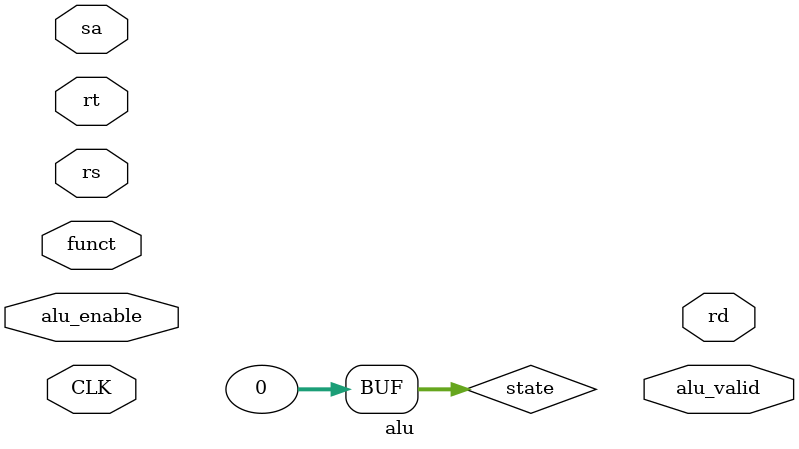
<source format=sv>
module alu (
	input logic CLK,
	input logic [5:0] funct,
	input logic alu_enable,
	input logic [4:0] rs,
	input logic [4:0] rt,
	input logic [4:0] sa,
	output logic [4:0] rd,
	output logic alu_valid
);
	localparam FUNCT_SLL = 6'b000000;
	localparam FUNCT_SRL = 6'b000010;
	localparam FUNCT_SRA = 6'b000011;
	localparam FUNCT_JR  = 6'b001000;
	localparam FUNCT_ADD = 6'b100000;
	localparam FUNCT_SUB = 6'b100010;
	localparam FUNCT_AND = 6'b100100;
	localparam FUNCT_OR  = 6'b100101;
	localparam FUNCT_XOR = 6'b100110;
	localparam FUNCT_SLT = 6'b101010;

	integer state = 0;
	
	always @(posedge CLK) begin
		if (state == 0) begin
			case (funct)
				FUNCT_SLL : begin
								;
							end
				FUNCT_SRL : begin
								;
							end
				FUNCT_SRA : begin
								;
							end
		 		FUNCT_JR  : begin
								;
							end
				FUNCT_ADD : begin
								;
							end
				FUNCT_SUB : begin
								;
							end
				FUNCT_AND : begin
								;
							end
				FUNCT_OR  : begin
								;
							end
				FUNCT_XOR : begin
								;
							end
				FUNCT_SLT : begin
								;
							end
			endcase
		end
	end
endmodule

</source>
